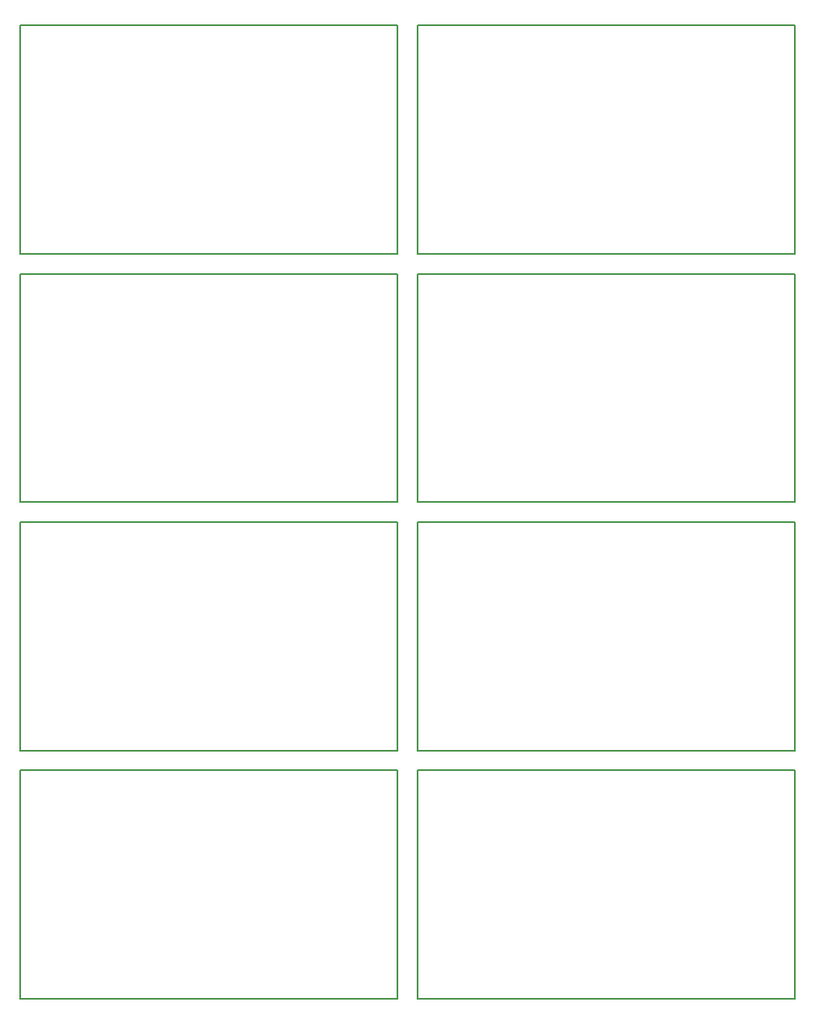
<source format=gm1>
G04*
G04 #@! TF.GenerationSoftware,Altium Limited,Altium Designer,20.2.7 (254)*
G04*
G04 Layer_Color=16711935*
%FSLAX44Y44*%
%MOMM*%
G71*
G04*
G04 #@! TF.SameCoordinates,9E9914D9-28FD-47AE-AA4C-24E4B2164C89*
G04*
G04*
G04 #@! TF.FilePolarity,Positive*
G04*
G01*
G75*
%ADD12C,0.2000*%
D12*
X800000Y770000D02*
Y1000000D01*
X420000Y770000D02*
X800000Y770000D01*
X420000D02*
Y1000000D01*
X800000D01*
Y520000D02*
Y750000D01*
X420000Y520000D02*
X800000Y520000D01*
X420000D02*
Y750000D01*
X800000D01*
Y270000D02*
Y500000D01*
X420000Y270000D02*
X800000Y270000D01*
X420000D02*
Y500000D01*
X800000D01*
Y20000D02*
Y250000D01*
X420000Y20000D02*
X800000Y20000D01*
X420000D02*
Y250000D01*
X800000D01*
X400000Y770000D02*
Y1000000D01*
X20000Y770000D02*
X400000Y770000D01*
X20000D02*
Y1000000D01*
X400000D01*
Y520000D02*
Y750000D01*
X20000Y520000D02*
X400000Y520000D01*
X20000D02*
Y750000D01*
X400000D01*
Y270000D02*
Y500000D01*
X20000Y270000D02*
X400000Y270000D01*
X20000D02*
Y500000D01*
X400000D01*
X20000Y250000D02*
X400000D01*
X20000Y20000D02*
Y250000D01*
Y20000D02*
X400000Y20000D01*
Y250000D01*
M02*

</source>
